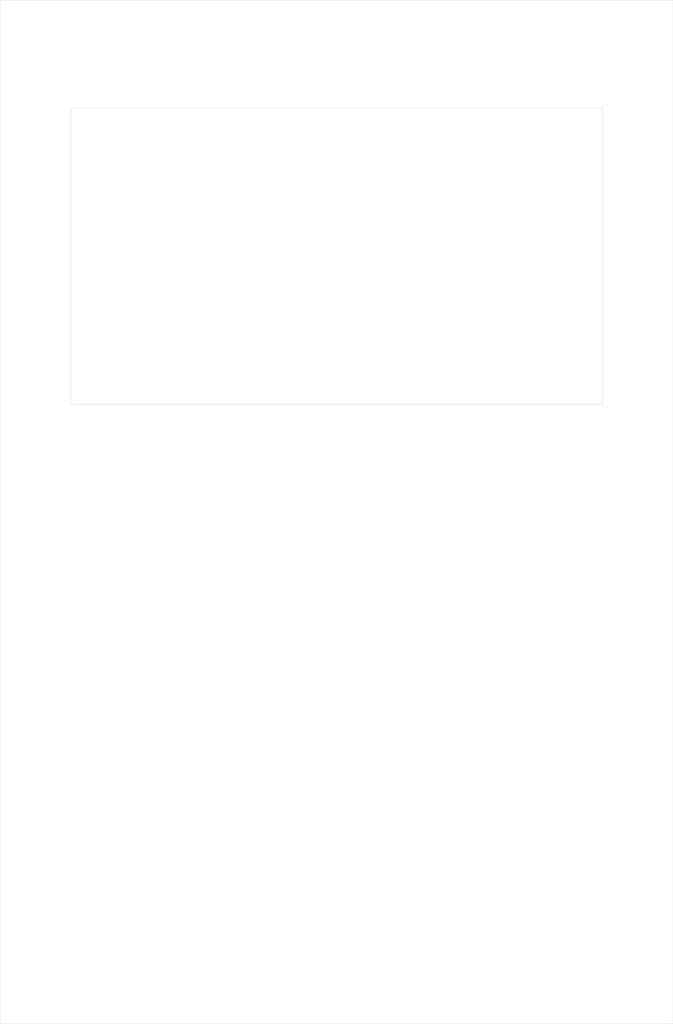
<source format=kicad_pcb>
(kicad_pcb (version 20171130) (host pcbnew 5.1.5+dfsg1-2build2)

  (general
    (thickness 1.6)
    (drawings 8)
    (tracks 0)
    (zones 0)
    (modules 6)
    (nets 1)
  )

  (page A4)
  (layers
    (0 F.Cu signal)
    (31 B.Cu signal)
    (32 B.Adhes user)
    (33 F.Adhes user)
    (34 B.Paste user)
    (35 F.Paste user)
    (36 B.SilkS user)
    (37 F.SilkS user)
    (38 B.Mask user)
    (39 F.Mask user)
    (40 Dwgs.User user)
    (41 Cmts.User user)
    (42 Eco1.User user)
    (43 Eco2.User user)
    (44 Edge.Cuts user)
    (45 Margin user)
    (46 B.CrtYd user)
    (47 F.CrtYd user)
    (48 B.Fab user)
    (49 F.Fab user)
  )

  (setup
    (last_trace_width 0.25)
    (trace_clearance 0.2)
    (zone_clearance 0.508)
    (zone_45_only no)
    (trace_min 0.2)
    (via_size 0.8)
    (via_drill 0.4)
    (via_min_size 0.4)
    (via_min_drill 0.3)
    (uvia_size 0.3)
    (uvia_drill 0.1)
    (uvias_allowed no)
    (uvia_min_size 0.2)
    (uvia_min_drill 0.1)
    (edge_width 0.05)
    (segment_width 0.2)
    (pcb_text_width 0.3)
    (pcb_text_size 1.5 1.5)
    (mod_edge_width 0.12)
    (mod_text_size 1 1)
    (mod_text_width 0.15)
    (pad_size 1.524 1.524)
    (pad_drill 0.762)
    (pad_to_mask_clearance 0.051)
    (solder_mask_min_width 0.25)
    (aux_axis_origin 0 0)
    (visible_elements FFFFFF7F)
    (pcbplotparams
      (layerselection 0x010fc_ffffffff)
      (usegerberextensions false)
      (usegerberattributes false)
      (usegerberadvancedattributes false)
      (creategerberjobfile false)
      (excludeedgelayer true)
      (linewidth 0.100000)
      (plotframeref false)
      (viasonmask false)
      (mode 1)
      (useauxorigin false)
      (hpglpennumber 1)
      (hpglpenspeed 20)
      (hpglpendiameter 15.000000)
      (psnegative false)
      (psa4output false)
      (plotreference true)
      (plotvalue true)
      (plotinvisibletext false)
      (padsonsilk false)
      (subtractmaskfromsilk false)
      (outputformat 1)
      (mirror false)
      (drillshape 1)
      (scaleselection 1)
      (outputdirectory ""))
  )

  (net 0 "")

  (net_class Default "This is the default net class."
    (clearance 0.2)
    (trace_width 0.25)
    (via_dia 0.8)
    (via_drill 0.4)
    (uvia_dia 0.3)
    (uvia_drill 0.1)
  )

  (module MountingHole:MountingHole_3.2mm_M3_DIN965 (layer F.Cu) (tedit 56D1B4CB) (tstamp 5F271C4B)
    (at 67.5 82)
    (descr hole)
    (tags hole)
    (attr virtual)
    (fp_text reference H1 (at 0 -3.8) (layer F.SilkS) hide
      (effects (font (size 1 1) (thickness 0.15)))
    )
    (fp_text value hole (at 0 3.8) (layer F.Fab) hide
      (effects (font (size 1 1) (thickness 0.15)))
    )
    (fp_circle (center 0 0) (end 3.05 0) (layer F.CrtYd) (width 0.05))
    (fp_circle (center 0 0) (end 2.8 0) (layer Cmts.User) (width 0.15))
    (fp_text user %R (at 0.3 0) (layer F.Fab)
      (effects (font (size 1 1) (thickness 0.15)))
    )
    (pad 1 np_thru_hole circle (at 0 0) (size 7.5 7.5) (drill 7.5) (layers *.Cu *.Mask))
  )

  (module MountingHole:MountingHole_3.2mm_M3_DIN965 (layer F.Cu) (tedit 56D1B4CB) (tstamp 5F271C4B)
    (at 34.8 82.2)
    (descr hole)
    (tags hole)
    (attr virtual)
    (fp_text reference H1 (at 0 -3.8) (layer F.SilkS) hide
      (effects (font (size 1 1) (thickness 0.15)))
    )
    (fp_text value hole (at 0 3.8) (layer F.Fab) hide
      (effects (font (size 1 1) (thickness 0.15)))
    )
    (fp_circle (center 0 0) (end 3.05 0) (layer F.CrtYd) (width 0.05))
    (fp_circle (center 0 0) (end 2.8 0) (layer Cmts.User) (width 0.15))
    (fp_text user %R (at 0.3 0) (layer F.Fab)
      (effects (font (size 1 1) (thickness 0.15)))
    )
    (pad 1 np_thru_hole circle (at 0 0) (size 7.5 7.5) (drill 7.5) (layers *.Cu *.Mask))
  )

  (module MountingHole:MountingHole_3.2mm_M3_DIN965 (layer F.Cu) (tedit 56D1B4CB) (tstamp 5F271C4B)
    (at 29.9 106.5)
    (descr hole)
    (tags hole)
    (attr virtual)
    (fp_text reference H1 (at 0 -3.8) (layer F.SilkS) hide
      (effects (font (size 1 1) (thickness 0.15)))
    )
    (fp_text value hole (at 0 3.8) (layer F.Fab) hide
      (effects (font (size 1 1) (thickness 0.15)))
    )
    (fp_circle (center 0 0) (end 3.05 0) (layer F.CrtYd) (width 0.05))
    (fp_circle (center 0 0) (end 2.8 0) (layer Cmts.User) (width 0.15))
    (fp_text user %R (at 0.3 0) (layer F.Fab)
      (effects (font (size 1 1) (thickness 0.15)))
    )
    (pad 1 np_thru_hole circle (at 0 0) (size 12.3 12.3) (drill 12.3) (layers *.Cu *.Mask))
  )

  (module MountingHole:MountingHole_3.2mm_M3_DIN965 (layer F.Cu) (tedit 56D1B4CB) (tstamp 5F271C4B)
    (at 45.5 106.5)
    (descr hole)
    (tags hole)
    (attr virtual)
    (fp_text reference H1 (at 0 -3.8) (layer F.SilkS) hide
      (effects (font (size 1 1) (thickness 0.15)))
    )
    (fp_text value hole (at 0 3.8) (layer F.Fab) hide
      (effects (font (size 1 1) (thickness 0.15)))
    )
    (fp_circle (center 0 0) (end 3.05 0) (layer F.CrtYd) (width 0.05))
    (fp_circle (center 0 0) (end 2.8 0) (layer Cmts.User) (width 0.15))
    (fp_text user %R (at 0.3 0) (layer F.Fab)
      (effects (font (size 1 1) (thickness 0.15)))
    )
    (pad 1 np_thru_hole circle (at 0 0) (size 12.3 12.3) (drill 12.3) (layers *.Cu *.Mask))
  )

  (module MountingHole:MountingHole_3.2mm_M3_DIN965 (layer F.Cu) (tedit 56D1B4CB) (tstamp 5F271C4B)
    (at 77.5 106.5)
    (descr hole)
    (tags hole)
    (attr virtual)
    (fp_text reference H1 (at 0 -3.8) (layer F.SilkS) hide
      (effects (font (size 1 1) (thickness 0.15)))
    )
    (fp_text value hole (at 0 3.8) (layer F.Fab) hide
      (effects (font (size 1 1) (thickness 0.15)))
    )
    (fp_circle (center 0 0) (end 3.05 0) (layer F.CrtYd) (width 0.05))
    (fp_circle (center 0 0) (end 2.8 0) (layer Cmts.User) (width 0.15))
    (fp_text user %R (at 0.3 0) (layer F.Fab)
      (effects (font (size 1 1) (thickness 0.15)))
    )
    (pad 1 np_thru_hole circle (at 0 0) (size 12.3 12.3) (drill 12.3) (layers *.Cu *.Mask))
  )

  (module MountingHole:MountingHole_3.2mm_M3_DIN965 (layer F.Cu) (tedit 56D1B4CB) (tstamp 5F271C4B)
    (at 61.5 106.5)
    (descr hole)
    (tags hole)
    (attr virtual)
    (fp_text reference H1 (at 0 -3.8) (layer F.SilkS) hide
      (effects (font (size 1 1) (thickness 0.15)))
    )
    (fp_text value hole (at 0 3.8) (layer F.Fab) hide
      (effects (font (size 1 1) (thickness 0.15)))
    )
    (fp_circle (center 0 0) (end 3.05 0) (layer F.CrtYd) (width 0.05))
    (fp_circle (center 0 0) (end 2.8 0) (layer Cmts.User) (width 0.15))
    (fp_text user %R (at 0.3 0) (layer F.Fab)
      (effects (font (size 1 1) (thickness 0.15)))
    )
    (pad 1 np_thru_hole circle (at 0 0) (size 12.3 12.3) (drill 12.3) (layers *.Cu *.Mask))
  )

  (gr_line (start 5.5 28) (end 84.5 28) (layer Edge.Cuts) (width 0.05))
  (gr_line (start 5.5 -16) (end 5.5 28) (layer Edge.Cuts) (width 0.05))
  (gr_line (start 84.5 -16) (end 5.5 -16) (layer Edge.Cuts) (width 0.05))
  (gr_line (start 84.5 28) (end 84.5 -16) (layer Edge.Cuts) (width 0.05))
  (gr_line (start -5 120) (end -5 -32) (layer Edge.Cuts) (width 0.05) (tstamp 5FBEBA89))
  (gr_line (start 95 120) (end -5 120) (layer Edge.Cuts) (width 0.05) (tstamp 5FBEE8A7))
  (gr_line (start 95 -32) (end 95 120) (layer Edge.Cuts) (width 0.05))
  (gr_line (start -5 -32) (end 95 -32) (layer Edge.Cuts) (width 0.05) (tstamp 6081EFC5))

)

</source>
